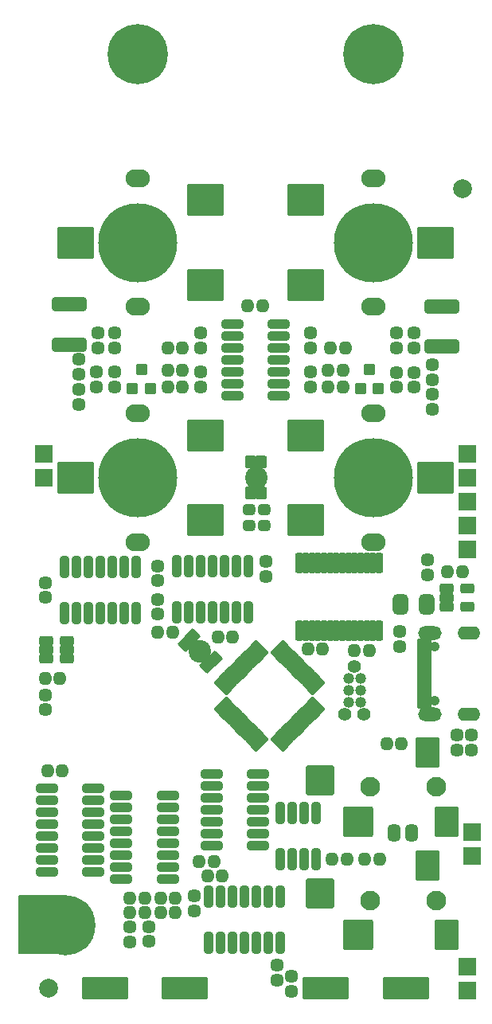
<source format=gbr>
%TF.GenerationSoftware,KiCad,Pcbnew,6.0.10+dfsg-1~bpo11+1*%
%TF.CreationDate,2023-03-02T20:46:35+00:00*%
%TF.ProjectId,OpenThereminV4,4f70656e-5468-4657-9265-6d696e56342e,rev?*%
%TF.SameCoordinates,Original*%
%TF.FileFunction,Soldermask,Bot*%
%TF.FilePolarity,Negative*%
%FSLAX46Y46*%
G04 Gerber Fmt 4.6, Leading zero omitted, Abs format (unit mm)*
G04 Created by KiCad (PCBNEW 6.0.10+dfsg-1~bpo11+1) date 2023-03-02 20:46:35*
%MOMM*%
%LPD*%
G01*
G04 APERTURE LIST*
G04 Aperture macros list*
%AMRoundRect*
0 Rectangle with rounded corners*
0 $1 Rounding radius*
0 $2 $3 $4 $5 $6 $7 $8 $9 X,Y pos of 4 corners*
0 Add a 4 corners polygon primitive as box body*
4,1,4,$2,$3,$4,$5,$6,$7,$8,$9,$2,$3,0*
0 Add four circle primitives for the rounded corners*
1,1,$1+$1,$2,$3*
1,1,$1+$1,$4,$5*
1,1,$1+$1,$6,$7*
1,1,$1+$1,$8,$9*
0 Add four rect primitives between the rounded corners*
20,1,$1+$1,$2,$3,$4,$5,0*
20,1,$1+$1,$4,$5,$6,$7,0*
20,1,$1+$1,$6,$7,$8,$9,0*
20,1,$1+$1,$8,$9,$2,$3,0*%
G04 Aperture macros list end*
%ADD10C,6.400000*%
%ADD11C,1.200000*%
%ADD12O,2.600000X1.900000*%
%ADD13C,8.400000*%
%ADD14RoundRect,0.200000X-1.750000X1.500000X-1.750000X-1.500000X1.750000X-1.500000X1.750000X1.500000X0*%
%ADD15RoundRect,0.200000X1.750000X-1.500000X1.750000X1.500000X-1.750000X1.500000X-1.750000X-1.500000X0*%
%ADD16C,1.050000*%
%ADD17RoundRect,0.200000X-0.575000X0.300000X-0.575000X-0.300000X0.575000X-0.300000X0.575000X0.300000X0*%
%ADD18RoundRect,0.200000X-0.575000X0.150000X-0.575000X-0.150000X0.575000X-0.150000X0.575000X0.150000X0*%
%ADD19O,2.400000X1.400000*%
%ADD20O,2.500000X1.450000*%
%ADD21RoundRect,0.450000X-1.450000X0.312500X-1.450000X-0.312500X1.450000X-0.312500X1.450000X0.312500X0*%
%ADD22RoundRect,0.200000X0.400050X0.400050X-0.400050X0.400050X-0.400050X-0.400050X0.400050X-0.400050X0*%
%ADD23RoundRect,0.418750X0.256250X-0.218750X0.256250X0.218750X-0.256250X0.218750X-0.256250X-0.218750X0*%
%ADD24RoundRect,0.418750X-0.256250X0.218750X-0.256250X-0.218750X0.256250X-0.218750X0.256250X0.218750X0*%
%ADD25RoundRect,0.418750X0.218750X0.256250X-0.218750X0.256250X-0.218750X-0.256250X0.218750X-0.256250X0*%
%ADD26RoundRect,0.418750X-0.218750X-0.256250X0.218750X-0.256250X0.218750X0.256250X-0.218750X0.256250X0*%
%ADD27RoundRect,0.200000X-0.225000X0.875000X-0.225000X-0.875000X0.225000X-0.875000X0.225000X0.875000X0*%
%ADD28RoundRect,0.350000X-0.825000X-0.150000X0.825000X-0.150000X0.825000X0.150000X-0.825000X0.150000X0*%
%ADD29RoundRect,0.350000X0.825000X0.150000X-0.825000X0.150000X-0.825000X-0.150000X0.825000X-0.150000X0*%
%ADD30RoundRect,0.350000X0.150000X-0.825000X0.150000X0.825000X-0.150000X0.825000X-0.150000X-0.825000X0*%
%ADD31RoundRect,0.200000X0.530000X0.325000X-0.530000X0.325000X-0.530000X-0.325000X0.530000X-0.325000X0*%
%ADD32RoundRect,0.200000X-2.250000X-1.000000X2.250000X-1.000000X2.250000X1.000000X-2.250000X1.000000X0*%
%ADD33C,2.400000*%
%ADD34RoundRect,0.200000X0.618718X-0.017678X-0.017678X0.618718X-0.618718X0.017678X0.017678X-0.618718X0*%
%ADD35RoundRect,0.200000X-0.530000X-0.325000X0.530000X-0.325000X0.530000X0.325000X-0.530000X0.325000X0*%
%ADD36RoundRect,0.200000X-0.750000X-0.750000X0.750000X-0.750000X0.750000X0.750000X-0.750000X0.750000X0*%
%ADD37RoundRect,0.350000X-0.150000X0.825000X-0.150000X-0.825000X0.150000X-0.825000X0.150000X0.825000X0*%
%ADD38C,1.390600*%
%ADD39C,1.187400*%
%ADD40C,2.100000*%
%ADD41RoundRect,0.200000X1.300000X-1.400000X1.300000X1.400000X-1.300000X1.400000X-1.300000X-1.400000X0*%
%ADD42RoundRect,0.200000X1.100000X-1.400000X1.100000X1.400000X-1.100000X1.400000X-1.100000X-1.400000X0*%
%ADD43RoundRect,0.200000X1.400000X-1.400000X1.400000X1.400000X-1.400000X1.400000X-1.400000X-1.400000X0*%
%ADD44C,2.000000*%
%ADD45RoundRect,0.443750X-0.243750X-0.456250X0.243750X-0.456250X0.243750X0.456250X-0.243750X0.456250X0*%
%ADD46RoundRect,0.450000X-0.375000X-0.625000X0.375000X-0.625000X0.375000X0.625000X-0.375000X0.625000X0*%
%ADD47RoundRect,0.200000X-0.371231X-0.760140X0.760140X0.371231X0.371231X0.760140X-0.760140X-0.371231X0*%
%ADD48RoundRect,0.200000X-0.760140X0.371231X0.371231X-0.760140X0.760140X-0.371231X-0.371231X0.760140X0*%
%ADD49RoundRect,0.400000X-0.275000X0.200000X-0.275000X-0.200000X0.275000X-0.200000X0.275000X0.200000X0*%
%ADD50RoundRect,0.200000X-0.425000X0.450000X-0.425000X-0.450000X0.425000X-0.450000X0.425000X0.450000X0*%
G04 APERTURE END LIST*
D10*
%TO.C,Y1*%
X38500000Y109250000D03*
%TD*%
%TO.C,Y2*%
X13500000Y109250000D03*
%TD*%
D11*
%TO.C,GND1*%
X3500000Y16650000D03*
X5750000Y14400000D03*
X5750000Y18900000D03*
D10*
X5750000Y16650000D03*
D11*
X4159010Y18240990D03*
X7340990Y15059010D03*
X7340990Y18240990D03*
X4159010Y15059010D03*
X8000000Y16650000D03*
%TD*%
D12*
%TO.C,P4*%
X13500000Y71100000D03*
D13*
X13500000Y64250000D03*
D12*
X13500000Y57400000D03*
D14*
X20650000Y68750000D03*
X6850000Y64250000D03*
X20650000Y59750000D03*
%TD*%
D12*
%TO.C,P2*%
X38500000Y82400000D03*
X38500000Y96100000D03*
D13*
X38500000Y89250000D03*
D15*
X31350000Y84750000D03*
X45150000Y89250000D03*
X31350000Y93750000D03*
%TD*%
D16*
%TO.C,J1*%
X45020000Y40510000D03*
X45020000Y46290000D03*
D17*
X43945000Y46600000D03*
X43945000Y45800000D03*
D18*
X43945000Y44650000D03*
X43945000Y43650000D03*
X43945000Y43150000D03*
X43945000Y42150000D03*
D17*
X43945000Y40200000D03*
X43945000Y41000000D03*
D18*
X43945000Y41650000D03*
X43945000Y42650000D03*
X43945000Y44150000D03*
X43945000Y45150000D03*
D19*
X48700000Y47720000D03*
X48700000Y39080000D03*
D20*
X44520000Y47720000D03*
X44520000Y39080000D03*
%TD*%
D21*
%TO.C,L2*%
X6200000Y82675000D03*
X6200000Y78400000D03*
%TD*%
D22*
%TO.C,D2*%
X14824000Y73763000D03*
X12924000Y73763000D03*
X13874000Y75761980D03*
%TD*%
D23*
%TO.C,C7*%
X11014000Y78081000D03*
X11014000Y79656000D03*
%TD*%
%TO.C,C8*%
X9236000Y78081000D03*
X9236000Y79656000D03*
%TD*%
D24*
%TO.C,C9*%
X7204000Y76836500D03*
X7204000Y75261500D03*
%TD*%
%TO.C,C11*%
X9109000Y75465000D03*
X9109000Y73890000D03*
%TD*%
D23*
%TO.C,C16*%
X14697000Y14936500D03*
X14697000Y16511500D03*
%TD*%
D24*
%TO.C,C24*%
X19500000Y19787500D03*
X19500000Y18212500D03*
%TD*%
%TO.C,C26*%
X3648000Y53087500D03*
X3648000Y51512500D03*
%TD*%
%TO.C,C27*%
X27079500Y55310000D03*
X27079500Y53735000D03*
%TD*%
D25*
%TO.C,C28*%
X26762000Y82526000D03*
X25187000Y82526000D03*
%TD*%
%TO.C,R2*%
X35550500Y78081000D03*
X33975500Y78081000D03*
%TD*%
%TO.C,R4*%
X35296500Y73890000D03*
X33721500Y73890000D03*
%TD*%
D24*
%TO.C,R5*%
X20158000Y79656000D03*
X20158000Y78081000D03*
%TD*%
D25*
%TO.C,R7*%
X18253000Y75668000D03*
X16678000Y75668000D03*
%TD*%
D26*
%TO.C,R8*%
X16678000Y73890000D03*
X18253000Y73890000D03*
%TD*%
D25*
%TO.C,R12*%
X14214500Y19534000D03*
X12639500Y19534000D03*
%TD*%
%TO.C,R14*%
X17487500Y18010000D03*
X15912500Y18010000D03*
%TD*%
D26*
%TO.C,R17*%
X34142500Y23710000D03*
X35717500Y23710000D03*
%TD*%
D21*
%TO.C,L1*%
X45800000Y82475000D03*
X45800000Y78200000D03*
%TD*%
D22*
%TO.C,D1*%
X39076000Y73749240D03*
X37176000Y73749240D03*
X38126000Y75748220D03*
%TD*%
D26*
%TO.C,R6*%
X16678000Y78081000D03*
X18253000Y78081000D03*
%TD*%
D24*
%TO.C,C2*%
X44796000Y76227000D03*
X44796000Y74652000D03*
%TD*%
D23*
%TO.C,C1*%
X40986000Y78081000D03*
X40986000Y79656000D03*
%TD*%
D12*
%TO.C,P3*%
X38500000Y57400000D03*
X38500000Y71100000D03*
D13*
X38500000Y64250000D03*
D15*
X31350000Y59750000D03*
X45150000Y64250000D03*
X31350000Y68750000D03*
%TD*%
D24*
%TO.C,C4*%
X42891000Y75439500D03*
X42891000Y73864500D03*
%TD*%
D23*
%TO.C,C5*%
X40986000Y73864500D03*
X40986000Y75439500D03*
%TD*%
%TO.C,C14*%
X42891000Y78081000D03*
X42891000Y79656000D03*
%TD*%
D27*
%TO.C,U10*%
X30675000Y55200000D03*
X31325000Y55200000D03*
X31975000Y55200000D03*
X32625000Y55200000D03*
X33275000Y55200000D03*
X33925000Y55200000D03*
X34575000Y55200000D03*
X35225000Y55200000D03*
X35875000Y55200000D03*
X36525000Y55200000D03*
X37175000Y55200000D03*
X37825000Y55200000D03*
X38475000Y55200000D03*
X39125000Y55200000D03*
X39125000Y48000000D03*
X38475000Y48000000D03*
X37825000Y48000000D03*
X37175000Y48000000D03*
X36525000Y48000000D03*
X35875000Y48000000D03*
X35225000Y48000000D03*
X34575000Y48000000D03*
X33925000Y48000000D03*
X33275000Y48000000D03*
X32625000Y48000000D03*
X31975000Y48000000D03*
X31325000Y48000000D03*
X30675000Y48000000D03*
%TD*%
D26*
%TO.C,C23*%
X31562500Y46000000D03*
X33137500Y46000000D03*
%TD*%
D28*
%TO.C,U5*%
X23525000Y72940000D03*
X23525000Y74210000D03*
X23525000Y75480000D03*
X23525000Y76750000D03*
X23525000Y78020000D03*
X23525000Y79290000D03*
X23525000Y80560000D03*
X28475000Y80560000D03*
X28475000Y79290000D03*
X28475000Y78020000D03*
X28475000Y76750000D03*
X28475000Y75480000D03*
X28475000Y74210000D03*
X28475000Y72940000D03*
%TD*%
D29*
%TO.C,U6*%
X26275000Y32720000D03*
X26275000Y31450000D03*
X26275000Y30180000D03*
X26275000Y28910000D03*
X26275000Y27640000D03*
X26275000Y26370000D03*
X26275000Y25100000D03*
X21325000Y25100000D03*
X21325000Y26370000D03*
X21325000Y27640000D03*
X21325000Y28910000D03*
X21325000Y30180000D03*
X21325000Y31450000D03*
X21325000Y32720000D03*
%TD*%
D23*
%TO.C,C32*%
X44300000Y53912500D03*
X44300000Y55487500D03*
%TD*%
D26*
%TO.C,R20*%
X39960000Y36000000D03*
X41535000Y36000000D03*
%TD*%
D30*
%TO.C,U4*%
X13300000Y49825000D03*
X12030000Y49825000D03*
X10760000Y49825000D03*
X9490000Y49825000D03*
X8220000Y49825000D03*
X6950000Y49825000D03*
X5680000Y49825000D03*
X5680000Y54775000D03*
X6950000Y54775000D03*
X8220000Y54775000D03*
X9490000Y54775000D03*
X10760000Y54775000D03*
X12030000Y54775000D03*
X13300000Y54775000D03*
%TD*%
D23*
%TO.C,C35*%
X3648000Y39574500D03*
X3648000Y41149500D03*
%TD*%
D31*
%TO.C,U1*%
X5934000Y46900000D03*
X5934000Y45950000D03*
X5934000Y45000000D03*
X3734000Y45000000D03*
X3734000Y45950000D03*
X3734000Y46900000D03*
%TD*%
D26*
%TO.C,R13*%
X15912500Y19534000D03*
X17487500Y19534000D03*
%TD*%
D32*
%TO.C,X1*%
X10007000Y10009000D03*
X18507000Y10009000D03*
%TD*%
D23*
%TO.C,R15*%
X15586000Y53290500D03*
X15586000Y54865500D03*
%TD*%
D33*
%TO.C,D3*%
X20117678Y45796967D03*
D34*
X21690990Y45036827D03*
X20877817Y44223654D03*
X18544365Y46557107D03*
X19357538Y47370280D03*
%TD*%
D35*
%TO.C,U11*%
X46320000Y50530000D03*
X46320000Y51480000D03*
X46320000Y52430000D03*
X48520000Y52430000D03*
X48520000Y50530000D03*
%TD*%
D26*
%TO.C,C33*%
X36525000Y45900000D03*
X38100000Y45900000D03*
%TD*%
D24*
%TO.C,C20*%
X15586000Y51309500D03*
X15586000Y49734500D03*
%TD*%
%TO.C,C18*%
X28300000Y12400000D03*
X28300000Y10825000D03*
%TD*%
D23*
%TO.C,C15*%
X12665000Y14912500D03*
X12665000Y16487500D03*
%TD*%
D26*
%TO.C,R11*%
X12639500Y18010000D03*
X14214500Y18010000D03*
%TD*%
D29*
%TO.C,U2*%
X8775000Y31218000D03*
X8775000Y29948000D03*
X8775000Y28678000D03*
X8775000Y27408000D03*
X8775000Y26138000D03*
X8775000Y24868000D03*
X8775000Y23598000D03*
X8775000Y22328000D03*
X3825000Y22328000D03*
X3825000Y23598000D03*
X3825000Y24868000D03*
X3825000Y26138000D03*
X3825000Y27408000D03*
X3825000Y28678000D03*
X3825000Y29948000D03*
X3825000Y31218000D03*
%TD*%
D26*
%TO.C,C25*%
X3876500Y33123000D03*
X5451500Y33123000D03*
%TD*%
D25*
%TO.C,C21*%
X21587500Y23400000D03*
X20012500Y23400000D03*
%TD*%
%TO.C,R16*%
X22487500Y21900000D03*
X20912500Y21900000D03*
%TD*%
D26*
%TO.C,R19*%
X15624000Y47855000D03*
X17199000Y47855000D03*
%TD*%
%TO.C,R18*%
X21999500Y47347000D03*
X23574500Y47347000D03*
%TD*%
%TO.C,R3*%
X33721500Y75668000D03*
X35296500Y75668000D03*
%TD*%
D24*
%TO.C,C13*%
X20158000Y75465000D03*
X20158000Y73890000D03*
%TD*%
D23*
%TO.C,C12*%
X11014000Y73890000D03*
X11014000Y75465000D03*
%TD*%
D24*
%TO.C,C3*%
X44796000Y73128000D03*
X44796000Y71553000D03*
%TD*%
D25*
%TO.C,C37*%
X47996400Y54255800D03*
X46421400Y54255800D03*
%TD*%
D24*
%TO.C,R1*%
X31842000Y79656000D03*
X31842000Y78081000D03*
%TD*%
%TO.C,C6*%
X31842000Y75487500D03*
X31842000Y73912500D03*
%TD*%
%TO.C,C10*%
X7204000Y73636000D03*
X7204000Y72061000D03*
%TD*%
D36*
%TO.C,P11*%
X48500000Y64242500D03*
%TD*%
%TO.C,P12*%
X3500000Y64250000D03*
%TD*%
%TO.C,P13*%
X3500000Y66790000D03*
%TD*%
%TO.C,P14*%
X48500000Y66790000D03*
%TD*%
D37*
%TO.C,U12*%
X21047000Y19723000D03*
X22317000Y19723000D03*
X23587000Y19723000D03*
X24857000Y19723000D03*
X26127000Y19723000D03*
X27397000Y19723000D03*
X28667000Y19723000D03*
X28667000Y14773000D03*
X27397000Y14773000D03*
X26127000Y14773000D03*
X24857000Y14773000D03*
X23587000Y14773000D03*
X22317000Y14773000D03*
X21047000Y14773000D03*
%TD*%
D24*
%TO.C,R21*%
X48923500Y36875000D03*
X48923500Y35300000D03*
%TD*%
D38*
%TO.C,J2*%
X35525000Y39108000D03*
X37557000Y39108000D03*
X36541000Y44188000D03*
D39*
X37176000Y42918000D03*
X35906000Y42918000D03*
X37176000Y41648000D03*
X35906000Y41648000D03*
X37176000Y40378000D03*
X35906000Y40378000D03*
%TD*%
D40*
%TO.C,Y3*%
X38200000Y19300000D03*
X45200000Y19300000D03*
D41*
X32900000Y20050000D03*
D42*
X44300000Y23000000D03*
X46300000Y15600000D03*
D43*
X36900000Y15600000D03*
%TD*%
D25*
%TO.C,C34*%
X5197500Y42902000D03*
X3622500Y42902000D03*
%TD*%
D30*
%TO.C,U7*%
X25238000Y49890000D03*
X23968000Y49890000D03*
X22698000Y49890000D03*
X21428000Y49890000D03*
X20158000Y49890000D03*
X18888000Y49890000D03*
X17618000Y49890000D03*
X17618000Y54840000D03*
X18888000Y54840000D03*
X20158000Y54840000D03*
X21428000Y54840000D03*
X22698000Y54840000D03*
X23968000Y54840000D03*
X25238000Y54840000D03*
%TD*%
D37*
%TO.C,U8*%
X28642000Y28619500D03*
X29912000Y28619500D03*
X31182000Y28619500D03*
X32452000Y28619500D03*
X32452000Y23669500D03*
X31182000Y23669500D03*
X29912000Y23669500D03*
X28642000Y23669500D03*
%TD*%
D40*
%TO.C,Y7*%
X45200000Y31350000D03*
X38200000Y31350000D03*
D41*
X32900000Y32100000D03*
D42*
X44300000Y35050000D03*
X46300000Y27650000D03*
D43*
X36900000Y27650000D03*
%TD*%
D44*
%TO.C,W1*%
X48000000Y95000000D03*
%TD*%
%TO.C,W2*%
X4000000Y10000000D03*
%TD*%
D45*
%TO.C,C29*%
X40747000Y26511500D03*
X42622000Y26511500D03*
%TD*%
D46*
%TO.C,C36*%
X41430000Y50780000D03*
X44230000Y50780000D03*
%TD*%
D32*
%TO.C,X2*%
X33493000Y10009000D03*
X41993000Y10009000D03*
%TD*%
D29*
%TO.C,U3*%
X16675000Y30456000D03*
X16675000Y29186000D03*
X16675000Y27916000D03*
X16675000Y26646000D03*
X16675000Y25376000D03*
X16675000Y24106000D03*
X16675000Y22836000D03*
X16675000Y21566000D03*
X11725000Y21566000D03*
X11725000Y22836000D03*
X11725000Y24106000D03*
X11725000Y25376000D03*
X11725000Y26646000D03*
X11725000Y27916000D03*
X11725000Y29186000D03*
X11725000Y30456000D03*
%TD*%
D24*
%TO.C,C17*%
X29850000Y11200000D03*
X29850000Y9625000D03*
%TD*%
D36*
%TO.C,P8*%
X48500000Y61695000D03*
%TD*%
%TO.C,P9*%
X48500000Y59147500D03*
%TD*%
D12*
%TO.C,P1*%
X13500000Y96100000D03*
D13*
X13500000Y89250000D03*
D12*
X13500000Y82400000D03*
D14*
X20650000Y93750000D03*
X6850000Y89250000D03*
X20650000Y84750000D03*
%TD*%
D24*
%TO.C,C30*%
X41300000Y47887500D03*
X41300000Y46312500D03*
%TD*%
D26*
%TO.C,C22*%
X37612500Y23690000D03*
X39187500Y23690000D03*
%TD*%
D24*
%TO.C,R22*%
X47399500Y36875000D03*
X47399500Y35300000D03*
%TD*%
D36*
%TO.C,P6*%
X49000000Y24029800D03*
%TD*%
%TO.C,P7*%
X48500000Y12240000D03*
%TD*%
%TO.C,P5*%
X48500000Y56600000D03*
%TD*%
%TO.C,P16*%
X49000000Y26569800D03*
%TD*%
%TO.C,P15*%
X48500000Y9700000D03*
%TD*%
D47*
%TO.C,U9*%
X26468734Y36074144D03*
X25903049Y36639830D03*
X25337363Y37205515D03*
X24771678Y37771200D03*
X24205992Y38336886D03*
X23640307Y38902571D03*
X23074622Y39468257D03*
X22508936Y40033942D03*
D48*
X22508936Y42084552D03*
X23074622Y42650237D03*
X23640307Y43215923D03*
X24205992Y43781608D03*
X24771678Y44347294D03*
X25337363Y44912979D03*
X25903049Y45478664D03*
X26468734Y46044350D03*
D47*
X28519344Y46044350D03*
X29085029Y45478664D03*
X29650715Y44912979D03*
X30216400Y44347294D03*
X30782086Y43781608D03*
X31347771Y43215923D03*
X31913456Y42650237D03*
X32479142Y42084552D03*
D48*
X32479142Y40033942D03*
X31913456Y39468257D03*
X31347771Y38902571D03*
X30782086Y38336886D03*
X30216400Y37771200D03*
X29650715Y37205515D03*
X29085029Y36639830D03*
X28519344Y36074144D03*
%TD*%
D49*
%TO.C,R24*%
X26900000Y60850000D03*
X26900000Y59200000D03*
%TD*%
D33*
%TO.C,D4*%
X26050000Y64250000D03*
D50*
X25475000Y65900000D03*
X26625000Y65900000D03*
X26625000Y62600000D03*
X25475000Y62600000D03*
%TD*%
D49*
%TO.C,R23*%
X25300000Y60850000D03*
X25300000Y59200000D03*
%TD*%
G36*
X5809191Y19831093D02*
G01*
X5845155Y19781593D01*
X5850000Y19751000D01*
X5850000Y13699000D01*
X5831093Y13640809D01*
X5781593Y13604845D01*
X5751000Y13600000D01*
X849000Y13600000D01*
X790809Y13618907D01*
X754845Y13668407D01*
X750000Y13699000D01*
X750000Y19751000D01*
X768907Y19809191D01*
X818407Y19845155D01*
X849000Y19850000D01*
X5751000Y19850000D01*
X5809191Y19831093D01*
G37*
M02*

</source>
